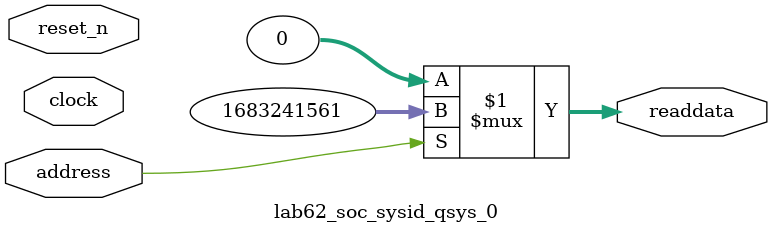
<source format=v>



// synthesis translate_off
`timescale 1ns / 1ps
// synthesis translate_on

// turn off superfluous verilog processor warnings 
// altera message_level Level1 
// altera message_off 10034 10035 10036 10037 10230 10240 10030 

module lab62_soc_sysid_qsys_0 (
               // inputs:
                address,
                clock,
                reset_n,

               // outputs:
                readdata
             )
;

  output  [ 31: 0] readdata;
  input            address;
  input            clock;
  input            reset_n;

  wire    [ 31: 0] readdata;
  //control_slave, which is an e_avalon_slave
  assign readdata = address ? 1683241561 : 0;

endmodule



</source>
